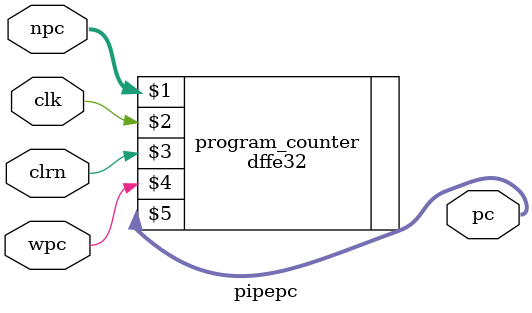
<source format=v>
module pipepc (npc,wpc,clk,clrn,pc);
    input [31:0] npc;
    input   wpc,clk,clrn;
    output  [31:0] pc;

    dffe32 program_counter (npc,clk,clrn,wpc,pc);

endmodule
</source>
